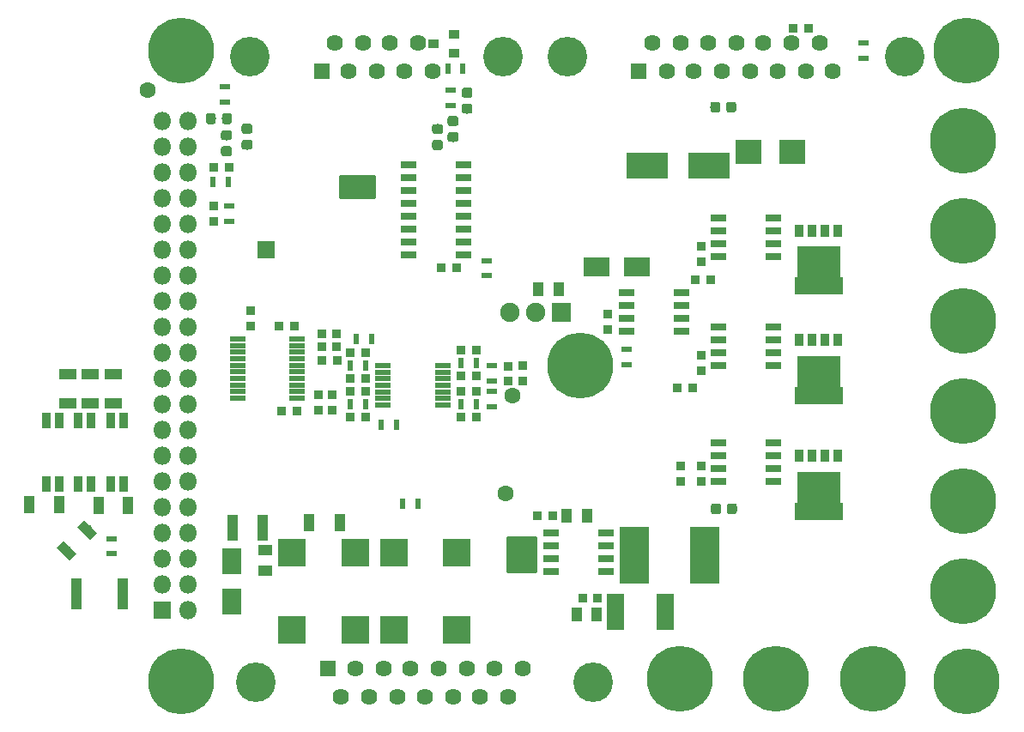
<source format=gbs>
G04 #@! TF.GenerationSoftware,KiCad,Pcbnew,5.0.0-4.fc29*
G04 #@! TF.CreationDate,2019-01-05T16:59:36+01:00*
G04 #@! TF.ProjectId,powerboard,706F776572626F6172642E6B69636164,rev11*
G04 #@! TF.SameCoordinates,Original*
G04 #@! TF.FileFunction,Soldermask,Bot*
G04 #@! TF.FilePolarity,Negative*
%FSLAX46Y46*%
G04 Gerber Fmt 4.6, Leading zero omitted, Abs format (unit mm)*
G04 Created by KiCad (PCBNEW 5.0.0-4.fc29) date Sat Jan  5 16:59:36 2019*
%MOMM*%
%LPD*%
G01*
G04 APERTURE LIST*
%ADD10R,1.900000X2.600000*%
%ADD11R,2.600000X1.900000*%
%ADD12C,0.100000*%
%ADD13C,0.975000*%
%ADD14C,6.500000*%
%ADD15R,1.100000X1.350000*%
%ADD16R,2.800000X2.800000*%
%ADD17R,1.100000X1.700000*%
%ADD18R,0.900000X0.850000*%
%ADD19R,0.850000X0.900000*%
%ADD20R,1.800000X1.800000*%
%ADD21O,1.800000X1.800000*%
%ADD22C,0.700000*%
%ADD23R,1.650000X0.700000*%
%ADD24R,0.840000X1.290000*%
%ADD25R,4.840000X1.690000*%
%ADD26R,4.340000X3.440000*%
%ADD27R,1.000000X0.600000*%
%ADD28R,0.600000X1.000000*%
%ADD29R,1.600000X0.700000*%
%ADD30R,0.900000X1.600000*%
%ADD31R,1.550000X0.550000*%
%ADD32R,2.960000X5.600000*%
%ADD33C,3.910000*%
%ADD34R,1.620000X1.620000*%
%ADD35C,1.620000*%
%ADD36C,1.600000*%
%ADD37R,1.100000X3.100000*%
%ADD38R,2.600000X2.400000*%
%ADD39R,1.700000X3.600000*%
%ADD40R,1.800000X1.000000*%
%ADD41R,1.000000X1.800000*%
%ADD42C,1.000000*%
%ADD43R,1.900000X1.900000*%
%ADD44O,1.900000X1.900000*%
%ADD45R,1.100000X2.600000*%
%ADD46R,1.350000X1.100000*%
%ADD47R,4.100000X2.600000*%
%ADD48R,1.000000X0.900000*%
%ADD49C,0.254000*%
G04 APERTURE END LIST*
D10*
G04 #@! TO.C,D104*
X70802500Y-81066500D03*
X70802500Y-77066500D03*
G04 #@! TD*
D11*
G04 #@! TO.C,D105*
X106744000Y-48006000D03*
X110744000Y-48006000D03*
G04 #@! TD*
D12*
G04 #@! TO.C,R136*
G36*
X72568142Y-33905174D02*
X72591803Y-33908684D01*
X72615007Y-33914496D01*
X72637529Y-33922554D01*
X72659153Y-33932782D01*
X72679670Y-33945079D01*
X72698883Y-33959329D01*
X72716607Y-33975393D01*
X72732671Y-33993117D01*
X72746921Y-34012330D01*
X72759218Y-34032847D01*
X72769446Y-34054471D01*
X72777504Y-34076993D01*
X72783316Y-34100197D01*
X72786826Y-34123858D01*
X72788000Y-34147750D01*
X72788000Y-34635250D01*
X72786826Y-34659142D01*
X72783316Y-34682803D01*
X72777504Y-34706007D01*
X72769446Y-34728529D01*
X72759218Y-34750153D01*
X72746921Y-34770670D01*
X72732671Y-34789883D01*
X72716607Y-34807607D01*
X72698883Y-34823671D01*
X72679670Y-34837921D01*
X72659153Y-34850218D01*
X72637529Y-34860446D01*
X72615007Y-34868504D01*
X72591803Y-34874316D01*
X72568142Y-34877826D01*
X72544250Y-34879000D01*
X71981750Y-34879000D01*
X71957858Y-34877826D01*
X71934197Y-34874316D01*
X71910993Y-34868504D01*
X71888471Y-34860446D01*
X71866847Y-34850218D01*
X71846330Y-34837921D01*
X71827117Y-34823671D01*
X71809393Y-34807607D01*
X71793329Y-34789883D01*
X71779079Y-34770670D01*
X71766782Y-34750153D01*
X71756554Y-34728529D01*
X71748496Y-34706007D01*
X71742684Y-34682803D01*
X71739174Y-34659142D01*
X71738000Y-34635250D01*
X71738000Y-34147750D01*
X71739174Y-34123858D01*
X71742684Y-34100197D01*
X71748496Y-34076993D01*
X71756554Y-34054471D01*
X71766782Y-34032847D01*
X71779079Y-34012330D01*
X71793329Y-33993117D01*
X71809393Y-33975393D01*
X71827117Y-33959329D01*
X71846330Y-33945079D01*
X71866847Y-33932782D01*
X71888471Y-33922554D01*
X71910993Y-33914496D01*
X71934197Y-33908684D01*
X71957858Y-33905174D01*
X71981750Y-33904000D01*
X72544250Y-33904000D01*
X72568142Y-33905174D01*
X72568142Y-33905174D01*
G37*
D13*
X72263000Y-34391500D03*
D12*
G36*
X72568142Y-35480174D02*
X72591803Y-35483684D01*
X72615007Y-35489496D01*
X72637529Y-35497554D01*
X72659153Y-35507782D01*
X72679670Y-35520079D01*
X72698883Y-35534329D01*
X72716607Y-35550393D01*
X72732671Y-35568117D01*
X72746921Y-35587330D01*
X72759218Y-35607847D01*
X72769446Y-35629471D01*
X72777504Y-35651993D01*
X72783316Y-35675197D01*
X72786826Y-35698858D01*
X72788000Y-35722750D01*
X72788000Y-36210250D01*
X72786826Y-36234142D01*
X72783316Y-36257803D01*
X72777504Y-36281007D01*
X72769446Y-36303529D01*
X72759218Y-36325153D01*
X72746921Y-36345670D01*
X72732671Y-36364883D01*
X72716607Y-36382607D01*
X72698883Y-36398671D01*
X72679670Y-36412921D01*
X72659153Y-36425218D01*
X72637529Y-36435446D01*
X72615007Y-36443504D01*
X72591803Y-36449316D01*
X72568142Y-36452826D01*
X72544250Y-36454000D01*
X71981750Y-36454000D01*
X71957858Y-36452826D01*
X71934197Y-36449316D01*
X71910993Y-36443504D01*
X71888471Y-36435446D01*
X71866847Y-36425218D01*
X71846330Y-36412921D01*
X71827117Y-36398671D01*
X71809393Y-36382607D01*
X71793329Y-36364883D01*
X71779079Y-36345670D01*
X71766782Y-36325153D01*
X71756554Y-36303529D01*
X71748496Y-36281007D01*
X71742684Y-36257803D01*
X71739174Y-36234142D01*
X71738000Y-36210250D01*
X71738000Y-35722750D01*
X71739174Y-35698858D01*
X71742684Y-35675197D01*
X71748496Y-35651993D01*
X71756554Y-35629471D01*
X71766782Y-35607847D01*
X71779079Y-35587330D01*
X71793329Y-35568117D01*
X71809393Y-35550393D01*
X71827117Y-35534329D01*
X71846330Y-35520079D01*
X71866847Y-35507782D01*
X71888471Y-35497554D01*
X71910993Y-35489496D01*
X71934197Y-35483684D01*
X71957858Y-35480174D01*
X71981750Y-35479000D01*
X72544250Y-35479000D01*
X72568142Y-35480174D01*
X72568142Y-35480174D01*
G37*
D13*
X72263000Y-35966500D03*
G04 #@! TD*
D12*
G04 #@! TO.C,R137*
G36*
X120305142Y-31726174D02*
X120328803Y-31729684D01*
X120352007Y-31735496D01*
X120374529Y-31743554D01*
X120396153Y-31753782D01*
X120416670Y-31766079D01*
X120435883Y-31780329D01*
X120453607Y-31796393D01*
X120469671Y-31814117D01*
X120483921Y-31833330D01*
X120496218Y-31853847D01*
X120506446Y-31875471D01*
X120514504Y-31897993D01*
X120520316Y-31921197D01*
X120523826Y-31944858D01*
X120525000Y-31968750D01*
X120525000Y-32531250D01*
X120523826Y-32555142D01*
X120520316Y-32578803D01*
X120514504Y-32602007D01*
X120506446Y-32624529D01*
X120496218Y-32646153D01*
X120483921Y-32666670D01*
X120469671Y-32685883D01*
X120453607Y-32703607D01*
X120435883Y-32719671D01*
X120416670Y-32733921D01*
X120396153Y-32746218D01*
X120374529Y-32756446D01*
X120352007Y-32764504D01*
X120328803Y-32770316D01*
X120305142Y-32773826D01*
X120281250Y-32775000D01*
X119793750Y-32775000D01*
X119769858Y-32773826D01*
X119746197Y-32770316D01*
X119722993Y-32764504D01*
X119700471Y-32756446D01*
X119678847Y-32746218D01*
X119658330Y-32733921D01*
X119639117Y-32719671D01*
X119621393Y-32703607D01*
X119605329Y-32685883D01*
X119591079Y-32666670D01*
X119578782Y-32646153D01*
X119568554Y-32624529D01*
X119560496Y-32602007D01*
X119554684Y-32578803D01*
X119551174Y-32555142D01*
X119550000Y-32531250D01*
X119550000Y-31968750D01*
X119551174Y-31944858D01*
X119554684Y-31921197D01*
X119560496Y-31897993D01*
X119568554Y-31875471D01*
X119578782Y-31853847D01*
X119591079Y-31833330D01*
X119605329Y-31814117D01*
X119621393Y-31796393D01*
X119639117Y-31780329D01*
X119658330Y-31766079D01*
X119678847Y-31753782D01*
X119700471Y-31743554D01*
X119722993Y-31735496D01*
X119746197Y-31729684D01*
X119769858Y-31726174D01*
X119793750Y-31725000D01*
X120281250Y-31725000D01*
X120305142Y-31726174D01*
X120305142Y-31726174D01*
G37*
D13*
X120037500Y-32250000D03*
D12*
G36*
X118730142Y-31726174D02*
X118753803Y-31729684D01*
X118777007Y-31735496D01*
X118799529Y-31743554D01*
X118821153Y-31753782D01*
X118841670Y-31766079D01*
X118860883Y-31780329D01*
X118878607Y-31796393D01*
X118894671Y-31814117D01*
X118908921Y-31833330D01*
X118921218Y-31853847D01*
X118931446Y-31875471D01*
X118939504Y-31897993D01*
X118945316Y-31921197D01*
X118948826Y-31944858D01*
X118950000Y-31968750D01*
X118950000Y-32531250D01*
X118948826Y-32555142D01*
X118945316Y-32578803D01*
X118939504Y-32602007D01*
X118931446Y-32624529D01*
X118921218Y-32646153D01*
X118908921Y-32666670D01*
X118894671Y-32685883D01*
X118878607Y-32703607D01*
X118860883Y-32719671D01*
X118841670Y-32733921D01*
X118821153Y-32746218D01*
X118799529Y-32756446D01*
X118777007Y-32764504D01*
X118753803Y-32770316D01*
X118730142Y-32773826D01*
X118706250Y-32775000D01*
X118218750Y-32775000D01*
X118194858Y-32773826D01*
X118171197Y-32770316D01*
X118147993Y-32764504D01*
X118125471Y-32756446D01*
X118103847Y-32746218D01*
X118083330Y-32733921D01*
X118064117Y-32719671D01*
X118046393Y-32703607D01*
X118030329Y-32685883D01*
X118016079Y-32666670D01*
X118003782Y-32646153D01*
X117993554Y-32624529D01*
X117985496Y-32602007D01*
X117979684Y-32578803D01*
X117976174Y-32555142D01*
X117975000Y-32531250D01*
X117975000Y-31968750D01*
X117976174Y-31944858D01*
X117979684Y-31921197D01*
X117985496Y-31897993D01*
X117993554Y-31875471D01*
X118003782Y-31853847D01*
X118016079Y-31833330D01*
X118030329Y-31814117D01*
X118046393Y-31796393D01*
X118064117Y-31780329D01*
X118083330Y-31766079D01*
X118103847Y-31753782D01*
X118125471Y-31743554D01*
X118147993Y-31735496D01*
X118171197Y-31729684D01*
X118194858Y-31726174D01*
X118218750Y-31725000D01*
X118706250Y-31725000D01*
X118730142Y-31726174D01*
X118730142Y-31726174D01*
G37*
D13*
X118462500Y-32250000D03*
G04 #@! TD*
D12*
G04 #@! TO.C,R133*
G36*
X94285142Y-30349174D02*
X94308803Y-30352684D01*
X94332007Y-30358496D01*
X94354529Y-30366554D01*
X94376153Y-30376782D01*
X94396670Y-30389079D01*
X94415883Y-30403329D01*
X94433607Y-30419393D01*
X94449671Y-30437117D01*
X94463921Y-30456330D01*
X94476218Y-30476847D01*
X94486446Y-30498471D01*
X94494504Y-30520993D01*
X94500316Y-30544197D01*
X94503826Y-30567858D01*
X94505000Y-30591750D01*
X94505000Y-31079250D01*
X94503826Y-31103142D01*
X94500316Y-31126803D01*
X94494504Y-31150007D01*
X94486446Y-31172529D01*
X94476218Y-31194153D01*
X94463921Y-31214670D01*
X94449671Y-31233883D01*
X94433607Y-31251607D01*
X94415883Y-31267671D01*
X94396670Y-31281921D01*
X94376153Y-31294218D01*
X94354529Y-31304446D01*
X94332007Y-31312504D01*
X94308803Y-31318316D01*
X94285142Y-31321826D01*
X94261250Y-31323000D01*
X93698750Y-31323000D01*
X93674858Y-31321826D01*
X93651197Y-31318316D01*
X93627993Y-31312504D01*
X93605471Y-31304446D01*
X93583847Y-31294218D01*
X93563330Y-31281921D01*
X93544117Y-31267671D01*
X93526393Y-31251607D01*
X93510329Y-31233883D01*
X93496079Y-31214670D01*
X93483782Y-31194153D01*
X93473554Y-31172529D01*
X93465496Y-31150007D01*
X93459684Y-31126803D01*
X93456174Y-31103142D01*
X93455000Y-31079250D01*
X93455000Y-30591750D01*
X93456174Y-30567858D01*
X93459684Y-30544197D01*
X93465496Y-30520993D01*
X93473554Y-30498471D01*
X93483782Y-30476847D01*
X93496079Y-30456330D01*
X93510329Y-30437117D01*
X93526393Y-30419393D01*
X93544117Y-30403329D01*
X93563330Y-30389079D01*
X93583847Y-30376782D01*
X93605471Y-30366554D01*
X93627993Y-30358496D01*
X93651197Y-30352684D01*
X93674858Y-30349174D01*
X93698750Y-30348000D01*
X94261250Y-30348000D01*
X94285142Y-30349174D01*
X94285142Y-30349174D01*
G37*
D13*
X93980000Y-30835500D03*
D12*
G36*
X94285142Y-31924174D02*
X94308803Y-31927684D01*
X94332007Y-31933496D01*
X94354529Y-31941554D01*
X94376153Y-31951782D01*
X94396670Y-31964079D01*
X94415883Y-31978329D01*
X94433607Y-31994393D01*
X94449671Y-32012117D01*
X94463921Y-32031330D01*
X94476218Y-32051847D01*
X94486446Y-32073471D01*
X94494504Y-32095993D01*
X94500316Y-32119197D01*
X94503826Y-32142858D01*
X94505000Y-32166750D01*
X94505000Y-32654250D01*
X94503826Y-32678142D01*
X94500316Y-32701803D01*
X94494504Y-32725007D01*
X94486446Y-32747529D01*
X94476218Y-32769153D01*
X94463921Y-32789670D01*
X94449671Y-32808883D01*
X94433607Y-32826607D01*
X94415883Y-32842671D01*
X94396670Y-32856921D01*
X94376153Y-32869218D01*
X94354529Y-32879446D01*
X94332007Y-32887504D01*
X94308803Y-32893316D01*
X94285142Y-32896826D01*
X94261250Y-32898000D01*
X93698750Y-32898000D01*
X93674858Y-32896826D01*
X93651197Y-32893316D01*
X93627993Y-32887504D01*
X93605471Y-32879446D01*
X93583847Y-32869218D01*
X93563330Y-32856921D01*
X93544117Y-32842671D01*
X93526393Y-32826607D01*
X93510329Y-32808883D01*
X93496079Y-32789670D01*
X93483782Y-32769153D01*
X93473554Y-32747529D01*
X93465496Y-32725007D01*
X93459684Y-32701803D01*
X93456174Y-32678142D01*
X93455000Y-32654250D01*
X93455000Y-32166750D01*
X93456174Y-32142858D01*
X93459684Y-32119197D01*
X93465496Y-32095993D01*
X93473554Y-32073471D01*
X93483782Y-32051847D01*
X93496079Y-32031330D01*
X93510329Y-32012117D01*
X93526393Y-31994393D01*
X93544117Y-31978329D01*
X93563330Y-31964079D01*
X93583847Y-31951782D01*
X93605471Y-31941554D01*
X93627993Y-31933496D01*
X93651197Y-31927684D01*
X93674858Y-31924174D01*
X93698750Y-31923000D01*
X94261250Y-31923000D01*
X94285142Y-31924174D01*
X94285142Y-31924174D01*
G37*
D13*
X93980000Y-32410500D03*
G04 #@! TD*
D12*
G04 #@! TO.C,R135*
G36*
X70536142Y-34540174D02*
X70559803Y-34543684D01*
X70583007Y-34549496D01*
X70605529Y-34557554D01*
X70627153Y-34567782D01*
X70647670Y-34580079D01*
X70666883Y-34594329D01*
X70684607Y-34610393D01*
X70700671Y-34628117D01*
X70714921Y-34647330D01*
X70727218Y-34667847D01*
X70737446Y-34689471D01*
X70745504Y-34711993D01*
X70751316Y-34735197D01*
X70754826Y-34758858D01*
X70756000Y-34782750D01*
X70756000Y-35270250D01*
X70754826Y-35294142D01*
X70751316Y-35317803D01*
X70745504Y-35341007D01*
X70737446Y-35363529D01*
X70727218Y-35385153D01*
X70714921Y-35405670D01*
X70700671Y-35424883D01*
X70684607Y-35442607D01*
X70666883Y-35458671D01*
X70647670Y-35472921D01*
X70627153Y-35485218D01*
X70605529Y-35495446D01*
X70583007Y-35503504D01*
X70559803Y-35509316D01*
X70536142Y-35512826D01*
X70512250Y-35514000D01*
X69949750Y-35514000D01*
X69925858Y-35512826D01*
X69902197Y-35509316D01*
X69878993Y-35503504D01*
X69856471Y-35495446D01*
X69834847Y-35485218D01*
X69814330Y-35472921D01*
X69795117Y-35458671D01*
X69777393Y-35442607D01*
X69761329Y-35424883D01*
X69747079Y-35405670D01*
X69734782Y-35385153D01*
X69724554Y-35363529D01*
X69716496Y-35341007D01*
X69710684Y-35317803D01*
X69707174Y-35294142D01*
X69706000Y-35270250D01*
X69706000Y-34782750D01*
X69707174Y-34758858D01*
X69710684Y-34735197D01*
X69716496Y-34711993D01*
X69724554Y-34689471D01*
X69734782Y-34667847D01*
X69747079Y-34647330D01*
X69761329Y-34628117D01*
X69777393Y-34610393D01*
X69795117Y-34594329D01*
X69814330Y-34580079D01*
X69834847Y-34567782D01*
X69856471Y-34557554D01*
X69878993Y-34549496D01*
X69902197Y-34543684D01*
X69925858Y-34540174D01*
X69949750Y-34539000D01*
X70512250Y-34539000D01*
X70536142Y-34540174D01*
X70536142Y-34540174D01*
G37*
D13*
X70231000Y-35026500D03*
D12*
G36*
X70536142Y-36115174D02*
X70559803Y-36118684D01*
X70583007Y-36124496D01*
X70605529Y-36132554D01*
X70627153Y-36142782D01*
X70647670Y-36155079D01*
X70666883Y-36169329D01*
X70684607Y-36185393D01*
X70700671Y-36203117D01*
X70714921Y-36222330D01*
X70727218Y-36242847D01*
X70737446Y-36264471D01*
X70745504Y-36286993D01*
X70751316Y-36310197D01*
X70754826Y-36333858D01*
X70756000Y-36357750D01*
X70756000Y-36845250D01*
X70754826Y-36869142D01*
X70751316Y-36892803D01*
X70745504Y-36916007D01*
X70737446Y-36938529D01*
X70727218Y-36960153D01*
X70714921Y-36980670D01*
X70700671Y-36999883D01*
X70684607Y-37017607D01*
X70666883Y-37033671D01*
X70647670Y-37047921D01*
X70627153Y-37060218D01*
X70605529Y-37070446D01*
X70583007Y-37078504D01*
X70559803Y-37084316D01*
X70536142Y-37087826D01*
X70512250Y-37089000D01*
X69949750Y-37089000D01*
X69925858Y-37087826D01*
X69902197Y-37084316D01*
X69878993Y-37078504D01*
X69856471Y-37070446D01*
X69834847Y-37060218D01*
X69814330Y-37047921D01*
X69795117Y-37033671D01*
X69777393Y-37017607D01*
X69761329Y-36999883D01*
X69747079Y-36980670D01*
X69734782Y-36960153D01*
X69724554Y-36938529D01*
X69716496Y-36916007D01*
X69710684Y-36892803D01*
X69707174Y-36869142D01*
X69706000Y-36845250D01*
X69706000Y-36357750D01*
X69707174Y-36333858D01*
X69710684Y-36310197D01*
X69716496Y-36286993D01*
X69724554Y-36264471D01*
X69734782Y-36242847D01*
X69747079Y-36222330D01*
X69761329Y-36203117D01*
X69777393Y-36185393D01*
X69795117Y-36169329D01*
X69814330Y-36155079D01*
X69834847Y-36142782D01*
X69856471Y-36132554D01*
X69878993Y-36124496D01*
X69902197Y-36118684D01*
X69925858Y-36115174D01*
X69949750Y-36114000D01*
X70512250Y-36114000D01*
X70536142Y-36115174D01*
X70536142Y-36115174D01*
G37*
D13*
X70231000Y-36601500D03*
G04 #@! TD*
D12*
G04 #@! TO.C,R132*
G36*
X92888142Y-33143174D02*
X92911803Y-33146684D01*
X92935007Y-33152496D01*
X92957529Y-33160554D01*
X92979153Y-33170782D01*
X92999670Y-33183079D01*
X93018883Y-33197329D01*
X93036607Y-33213393D01*
X93052671Y-33231117D01*
X93066921Y-33250330D01*
X93079218Y-33270847D01*
X93089446Y-33292471D01*
X93097504Y-33314993D01*
X93103316Y-33338197D01*
X93106826Y-33361858D01*
X93108000Y-33385750D01*
X93108000Y-33873250D01*
X93106826Y-33897142D01*
X93103316Y-33920803D01*
X93097504Y-33944007D01*
X93089446Y-33966529D01*
X93079218Y-33988153D01*
X93066921Y-34008670D01*
X93052671Y-34027883D01*
X93036607Y-34045607D01*
X93018883Y-34061671D01*
X92999670Y-34075921D01*
X92979153Y-34088218D01*
X92957529Y-34098446D01*
X92935007Y-34106504D01*
X92911803Y-34112316D01*
X92888142Y-34115826D01*
X92864250Y-34117000D01*
X92301750Y-34117000D01*
X92277858Y-34115826D01*
X92254197Y-34112316D01*
X92230993Y-34106504D01*
X92208471Y-34098446D01*
X92186847Y-34088218D01*
X92166330Y-34075921D01*
X92147117Y-34061671D01*
X92129393Y-34045607D01*
X92113329Y-34027883D01*
X92099079Y-34008670D01*
X92086782Y-33988153D01*
X92076554Y-33966529D01*
X92068496Y-33944007D01*
X92062684Y-33920803D01*
X92059174Y-33897142D01*
X92058000Y-33873250D01*
X92058000Y-33385750D01*
X92059174Y-33361858D01*
X92062684Y-33338197D01*
X92068496Y-33314993D01*
X92076554Y-33292471D01*
X92086782Y-33270847D01*
X92099079Y-33250330D01*
X92113329Y-33231117D01*
X92129393Y-33213393D01*
X92147117Y-33197329D01*
X92166330Y-33183079D01*
X92186847Y-33170782D01*
X92208471Y-33160554D01*
X92230993Y-33152496D01*
X92254197Y-33146684D01*
X92277858Y-33143174D01*
X92301750Y-33142000D01*
X92864250Y-33142000D01*
X92888142Y-33143174D01*
X92888142Y-33143174D01*
G37*
D13*
X92583000Y-33629500D03*
D12*
G36*
X92888142Y-34718174D02*
X92911803Y-34721684D01*
X92935007Y-34727496D01*
X92957529Y-34735554D01*
X92979153Y-34745782D01*
X92999670Y-34758079D01*
X93018883Y-34772329D01*
X93036607Y-34788393D01*
X93052671Y-34806117D01*
X93066921Y-34825330D01*
X93079218Y-34845847D01*
X93089446Y-34867471D01*
X93097504Y-34889993D01*
X93103316Y-34913197D01*
X93106826Y-34936858D01*
X93108000Y-34960750D01*
X93108000Y-35448250D01*
X93106826Y-35472142D01*
X93103316Y-35495803D01*
X93097504Y-35519007D01*
X93089446Y-35541529D01*
X93079218Y-35563153D01*
X93066921Y-35583670D01*
X93052671Y-35602883D01*
X93036607Y-35620607D01*
X93018883Y-35636671D01*
X92999670Y-35650921D01*
X92979153Y-35663218D01*
X92957529Y-35673446D01*
X92935007Y-35681504D01*
X92911803Y-35687316D01*
X92888142Y-35690826D01*
X92864250Y-35692000D01*
X92301750Y-35692000D01*
X92277858Y-35690826D01*
X92254197Y-35687316D01*
X92230993Y-35681504D01*
X92208471Y-35673446D01*
X92186847Y-35663218D01*
X92166330Y-35650921D01*
X92147117Y-35636671D01*
X92129393Y-35620607D01*
X92113329Y-35602883D01*
X92099079Y-35583670D01*
X92086782Y-35563153D01*
X92076554Y-35541529D01*
X92068496Y-35519007D01*
X92062684Y-35495803D01*
X92059174Y-35472142D01*
X92058000Y-35448250D01*
X92058000Y-34960750D01*
X92059174Y-34936858D01*
X92062684Y-34913197D01*
X92068496Y-34889993D01*
X92076554Y-34867471D01*
X92086782Y-34845847D01*
X92099079Y-34825330D01*
X92113329Y-34806117D01*
X92129393Y-34788393D01*
X92147117Y-34772329D01*
X92166330Y-34758079D01*
X92186847Y-34745782D01*
X92208471Y-34735554D01*
X92230993Y-34727496D01*
X92254197Y-34721684D01*
X92277858Y-34718174D01*
X92301750Y-34717000D01*
X92864250Y-34717000D01*
X92888142Y-34718174D01*
X92888142Y-34718174D01*
G37*
D13*
X92583000Y-35204500D03*
G04 #@! TD*
D12*
G04 #@! TO.C,R134*
G36*
X70549642Y-32877174D02*
X70573303Y-32880684D01*
X70596507Y-32886496D01*
X70619029Y-32894554D01*
X70640653Y-32904782D01*
X70661170Y-32917079D01*
X70680383Y-32931329D01*
X70698107Y-32947393D01*
X70714171Y-32965117D01*
X70728421Y-32984330D01*
X70740718Y-33004847D01*
X70750946Y-33026471D01*
X70759004Y-33048993D01*
X70764816Y-33072197D01*
X70768326Y-33095858D01*
X70769500Y-33119750D01*
X70769500Y-33682250D01*
X70768326Y-33706142D01*
X70764816Y-33729803D01*
X70759004Y-33753007D01*
X70750946Y-33775529D01*
X70740718Y-33797153D01*
X70728421Y-33817670D01*
X70714171Y-33836883D01*
X70698107Y-33854607D01*
X70680383Y-33870671D01*
X70661170Y-33884921D01*
X70640653Y-33897218D01*
X70619029Y-33907446D01*
X70596507Y-33915504D01*
X70573303Y-33921316D01*
X70549642Y-33924826D01*
X70525750Y-33926000D01*
X70038250Y-33926000D01*
X70014358Y-33924826D01*
X69990697Y-33921316D01*
X69967493Y-33915504D01*
X69944971Y-33907446D01*
X69923347Y-33897218D01*
X69902830Y-33884921D01*
X69883617Y-33870671D01*
X69865893Y-33854607D01*
X69849829Y-33836883D01*
X69835579Y-33817670D01*
X69823282Y-33797153D01*
X69813054Y-33775529D01*
X69804996Y-33753007D01*
X69799184Y-33729803D01*
X69795674Y-33706142D01*
X69794500Y-33682250D01*
X69794500Y-33119750D01*
X69795674Y-33095858D01*
X69799184Y-33072197D01*
X69804996Y-33048993D01*
X69813054Y-33026471D01*
X69823282Y-33004847D01*
X69835579Y-32984330D01*
X69849829Y-32965117D01*
X69865893Y-32947393D01*
X69883617Y-32931329D01*
X69902830Y-32917079D01*
X69923347Y-32904782D01*
X69944971Y-32894554D01*
X69967493Y-32886496D01*
X69990697Y-32880684D01*
X70014358Y-32877174D01*
X70038250Y-32876000D01*
X70525750Y-32876000D01*
X70549642Y-32877174D01*
X70549642Y-32877174D01*
G37*
D13*
X70282000Y-33401000D03*
D12*
G36*
X68974642Y-32877174D02*
X68998303Y-32880684D01*
X69021507Y-32886496D01*
X69044029Y-32894554D01*
X69065653Y-32904782D01*
X69086170Y-32917079D01*
X69105383Y-32931329D01*
X69123107Y-32947393D01*
X69139171Y-32965117D01*
X69153421Y-32984330D01*
X69165718Y-33004847D01*
X69175946Y-33026471D01*
X69184004Y-33048993D01*
X69189816Y-33072197D01*
X69193326Y-33095858D01*
X69194500Y-33119750D01*
X69194500Y-33682250D01*
X69193326Y-33706142D01*
X69189816Y-33729803D01*
X69184004Y-33753007D01*
X69175946Y-33775529D01*
X69165718Y-33797153D01*
X69153421Y-33817670D01*
X69139171Y-33836883D01*
X69123107Y-33854607D01*
X69105383Y-33870671D01*
X69086170Y-33884921D01*
X69065653Y-33897218D01*
X69044029Y-33907446D01*
X69021507Y-33915504D01*
X68998303Y-33921316D01*
X68974642Y-33924826D01*
X68950750Y-33926000D01*
X68463250Y-33926000D01*
X68439358Y-33924826D01*
X68415697Y-33921316D01*
X68392493Y-33915504D01*
X68369971Y-33907446D01*
X68348347Y-33897218D01*
X68327830Y-33884921D01*
X68308617Y-33870671D01*
X68290893Y-33854607D01*
X68274829Y-33836883D01*
X68260579Y-33817670D01*
X68248282Y-33797153D01*
X68238054Y-33775529D01*
X68229996Y-33753007D01*
X68224184Y-33729803D01*
X68220674Y-33706142D01*
X68219500Y-33682250D01*
X68219500Y-33119750D01*
X68220674Y-33095858D01*
X68224184Y-33072197D01*
X68229996Y-33048993D01*
X68238054Y-33026471D01*
X68248282Y-33004847D01*
X68260579Y-32984330D01*
X68274829Y-32965117D01*
X68290893Y-32947393D01*
X68308617Y-32931329D01*
X68327830Y-32917079D01*
X68348347Y-32904782D01*
X68369971Y-32894554D01*
X68392493Y-32886496D01*
X68415697Y-32880684D01*
X68439358Y-32877174D01*
X68463250Y-32876000D01*
X68950750Y-32876000D01*
X68974642Y-32877174D01*
X68974642Y-32877174D01*
G37*
D13*
X68707000Y-33401000D03*
G04 #@! TD*
D12*
G04 #@! TO.C,R131*
G36*
X91364142Y-33930674D02*
X91387803Y-33934184D01*
X91411007Y-33939996D01*
X91433529Y-33948054D01*
X91455153Y-33958282D01*
X91475670Y-33970579D01*
X91494883Y-33984829D01*
X91512607Y-34000893D01*
X91528671Y-34018617D01*
X91542921Y-34037830D01*
X91555218Y-34058347D01*
X91565446Y-34079971D01*
X91573504Y-34102493D01*
X91579316Y-34125697D01*
X91582826Y-34149358D01*
X91584000Y-34173250D01*
X91584000Y-34660750D01*
X91582826Y-34684642D01*
X91579316Y-34708303D01*
X91573504Y-34731507D01*
X91565446Y-34754029D01*
X91555218Y-34775653D01*
X91542921Y-34796170D01*
X91528671Y-34815383D01*
X91512607Y-34833107D01*
X91494883Y-34849171D01*
X91475670Y-34863421D01*
X91455153Y-34875718D01*
X91433529Y-34885946D01*
X91411007Y-34894004D01*
X91387803Y-34899816D01*
X91364142Y-34903326D01*
X91340250Y-34904500D01*
X90777750Y-34904500D01*
X90753858Y-34903326D01*
X90730197Y-34899816D01*
X90706993Y-34894004D01*
X90684471Y-34885946D01*
X90662847Y-34875718D01*
X90642330Y-34863421D01*
X90623117Y-34849171D01*
X90605393Y-34833107D01*
X90589329Y-34815383D01*
X90575079Y-34796170D01*
X90562782Y-34775653D01*
X90552554Y-34754029D01*
X90544496Y-34731507D01*
X90538684Y-34708303D01*
X90535174Y-34684642D01*
X90534000Y-34660750D01*
X90534000Y-34173250D01*
X90535174Y-34149358D01*
X90538684Y-34125697D01*
X90544496Y-34102493D01*
X90552554Y-34079971D01*
X90562782Y-34058347D01*
X90575079Y-34037830D01*
X90589329Y-34018617D01*
X90605393Y-34000893D01*
X90623117Y-33984829D01*
X90642330Y-33970579D01*
X90662847Y-33958282D01*
X90684471Y-33948054D01*
X90706993Y-33939996D01*
X90730197Y-33934184D01*
X90753858Y-33930674D01*
X90777750Y-33929500D01*
X91340250Y-33929500D01*
X91364142Y-33930674D01*
X91364142Y-33930674D01*
G37*
D13*
X91059000Y-34417000D03*
D12*
G36*
X91364142Y-35505674D02*
X91387803Y-35509184D01*
X91411007Y-35514996D01*
X91433529Y-35523054D01*
X91455153Y-35533282D01*
X91475670Y-35545579D01*
X91494883Y-35559829D01*
X91512607Y-35575893D01*
X91528671Y-35593617D01*
X91542921Y-35612830D01*
X91555218Y-35633347D01*
X91565446Y-35654971D01*
X91573504Y-35677493D01*
X91579316Y-35700697D01*
X91582826Y-35724358D01*
X91584000Y-35748250D01*
X91584000Y-36235750D01*
X91582826Y-36259642D01*
X91579316Y-36283303D01*
X91573504Y-36306507D01*
X91565446Y-36329029D01*
X91555218Y-36350653D01*
X91542921Y-36371170D01*
X91528671Y-36390383D01*
X91512607Y-36408107D01*
X91494883Y-36424171D01*
X91475670Y-36438421D01*
X91455153Y-36450718D01*
X91433529Y-36460946D01*
X91411007Y-36469004D01*
X91387803Y-36474816D01*
X91364142Y-36478326D01*
X91340250Y-36479500D01*
X90777750Y-36479500D01*
X90753858Y-36478326D01*
X90730197Y-36474816D01*
X90706993Y-36469004D01*
X90684471Y-36460946D01*
X90662847Y-36450718D01*
X90642330Y-36438421D01*
X90623117Y-36424171D01*
X90605393Y-36408107D01*
X90589329Y-36390383D01*
X90575079Y-36371170D01*
X90562782Y-36350653D01*
X90552554Y-36329029D01*
X90544496Y-36306507D01*
X90538684Y-36283303D01*
X90535174Y-36259642D01*
X90534000Y-36235750D01*
X90534000Y-35748250D01*
X90535174Y-35724358D01*
X90538684Y-35700697D01*
X90544496Y-35677493D01*
X90552554Y-35654971D01*
X90562782Y-35633347D01*
X90575079Y-35612830D01*
X90589329Y-35593617D01*
X90605393Y-35575893D01*
X90623117Y-35559829D01*
X90642330Y-35545579D01*
X90662847Y-35533282D01*
X90684471Y-35523054D01*
X90706993Y-35514996D01*
X90730197Y-35509184D01*
X90753858Y-35505674D01*
X90777750Y-35504500D01*
X91340250Y-35504500D01*
X91364142Y-35505674D01*
X91364142Y-35505674D01*
G37*
D13*
X91059000Y-35992000D03*
G04 #@! TD*
D12*
G04 #@! TO.C,R122*
G36*
X118796642Y-71358174D02*
X118820303Y-71361684D01*
X118843507Y-71367496D01*
X118866029Y-71375554D01*
X118887653Y-71385782D01*
X118908170Y-71398079D01*
X118927383Y-71412329D01*
X118945107Y-71428393D01*
X118961171Y-71446117D01*
X118975421Y-71465330D01*
X118987718Y-71485847D01*
X118997946Y-71507471D01*
X119006004Y-71529993D01*
X119011816Y-71553197D01*
X119015326Y-71576858D01*
X119016500Y-71600750D01*
X119016500Y-72163250D01*
X119015326Y-72187142D01*
X119011816Y-72210803D01*
X119006004Y-72234007D01*
X118997946Y-72256529D01*
X118987718Y-72278153D01*
X118975421Y-72298670D01*
X118961171Y-72317883D01*
X118945107Y-72335607D01*
X118927383Y-72351671D01*
X118908170Y-72365921D01*
X118887653Y-72378218D01*
X118866029Y-72388446D01*
X118843507Y-72396504D01*
X118820303Y-72402316D01*
X118796642Y-72405826D01*
X118772750Y-72407000D01*
X118285250Y-72407000D01*
X118261358Y-72405826D01*
X118237697Y-72402316D01*
X118214493Y-72396504D01*
X118191971Y-72388446D01*
X118170347Y-72378218D01*
X118149830Y-72365921D01*
X118130617Y-72351671D01*
X118112893Y-72335607D01*
X118096829Y-72317883D01*
X118082579Y-72298670D01*
X118070282Y-72278153D01*
X118060054Y-72256529D01*
X118051996Y-72234007D01*
X118046184Y-72210803D01*
X118042674Y-72187142D01*
X118041500Y-72163250D01*
X118041500Y-71600750D01*
X118042674Y-71576858D01*
X118046184Y-71553197D01*
X118051996Y-71529993D01*
X118060054Y-71507471D01*
X118070282Y-71485847D01*
X118082579Y-71465330D01*
X118096829Y-71446117D01*
X118112893Y-71428393D01*
X118130617Y-71412329D01*
X118149830Y-71398079D01*
X118170347Y-71385782D01*
X118191971Y-71375554D01*
X118214493Y-71367496D01*
X118237697Y-71361684D01*
X118261358Y-71358174D01*
X118285250Y-71357000D01*
X118772750Y-71357000D01*
X118796642Y-71358174D01*
X118796642Y-71358174D01*
G37*
D13*
X118529000Y-71882000D03*
D12*
G36*
X120371642Y-71358174D02*
X120395303Y-71361684D01*
X120418507Y-71367496D01*
X120441029Y-71375554D01*
X120462653Y-71385782D01*
X120483170Y-71398079D01*
X120502383Y-71412329D01*
X120520107Y-71428393D01*
X120536171Y-71446117D01*
X120550421Y-71465330D01*
X120562718Y-71485847D01*
X120572946Y-71507471D01*
X120581004Y-71529993D01*
X120586816Y-71553197D01*
X120590326Y-71576858D01*
X120591500Y-71600750D01*
X120591500Y-72163250D01*
X120590326Y-72187142D01*
X120586816Y-72210803D01*
X120581004Y-72234007D01*
X120572946Y-72256529D01*
X120562718Y-72278153D01*
X120550421Y-72298670D01*
X120536171Y-72317883D01*
X120520107Y-72335607D01*
X120502383Y-72351671D01*
X120483170Y-72365921D01*
X120462653Y-72378218D01*
X120441029Y-72388446D01*
X120418507Y-72396504D01*
X120395303Y-72402316D01*
X120371642Y-72405826D01*
X120347750Y-72407000D01*
X119860250Y-72407000D01*
X119836358Y-72405826D01*
X119812697Y-72402316D01*
X119789493Y-72396504D01*
X119766971Y-72388446D01*
X119745347Y-72378218D01*
X119724830Y-72365921D01*
X119705617Y-72351671D01*
X119687893Y-72335607D01*
X119671829Y-72317883D01*
X119657579Y-72298670D01*
X119645282Y-72278153D01*
X119635054Y-72256529D01*
X119626996Y-72234007D01*
X119621184Y-72210803D01*
X119617674Y-72187142D01*
X119616500Y-72163250D01*
X119616500Y-71600750D01*
X119617674Y-71576858D01*
X119621184Y-71553197D01*
X119626996Y-71529993D01*
X119635054Y-71507471D01*
X119645282Y-71485847D01*
X119657579Y-71465330D01*
X119671829Y-71446117D01*
X119687893Y-71428393D01*
X119705617Y-71412329D01*
X119724830Y-71398079D01*
X119745347Y-71385782D01*
X119766971Y-71375554D01*
X119789493Y-71367496D01*
X119812697Y-71361684D01*
X119836358Y-71358174D01*
X119860250Y-71357000D01*
X120347750Y-71357000D01*
X120371642Y-71358174D01*
X120371642Y-71358174D01*
G37*
D13*
X120104000Y-71882000D03*
G04 #@! TD*
D14*
G04 #@! TO.C,J113*
X65786000Y-26710000D03*
G04 #@! TD*
D15*
G04 #@! TO.C,C503*
X103822500Y-72580500D03*
X105822500Y-72580500D03*
G04 #@! TD*
D16*
G04 #@! TO.C,FL101*
X82931000Y-76200000D03*
X76711000Y-76200000D03*
X82931000Y-83820000D03*
X76711000Y-83820000D03*
G04 #@! TD*
D17*
G04 #@! TO.C,C201*
X78407000Y-73279000D03*
X81407000Y-73279000D03*
G04 #@! TD*
D18*
G04 #@! TO.C,C318*
X127623000Y-24511000D03*
X126123000Y-24511000D03*
G04 #@! TD*
D15*
G04 #@! TO.C,C505*
X106775000Y-82296000D03*
X104775000Y-82296000D03*
G04 #@! TD*
D18*
G04 #@! TO.C,C801*
X116471000Y-49276000D03*
X117971000Y-49276000D03*
G04 #@! TD*
G04 #@! TO.C,C802*
X116193000Y-59944000D03*
X114693000Y-59944000D03*
G04 #@! TD*
D19*
G04 #@! TO.C,C803*
X115062000Y-67703000D03*
X115062000Y-69203000D03*
G04 #@! TD*
D18*
G04 #@! TO.C,C901*
X75716000Y-62230000D03*
X77216000Y-62230000D03*
G04 #@! TD*
G04 #@! TO.C,C1101*
X83935000Y-60325000D03*
X82435000Y-60325000D03*
G04 #@! TD*
G04 #@! TO.C,C1102*
X83935000Y-59055000D03*
X82435000Y-59055000D03*
G04 #@! TD*
G04 #@! TO.C,C1103*
X93357000Y-58801000D03*
X94857000Y-58801000D03*
G04 #@! TD*
G04 #@! TO.C,C1104*
X93357000Y-60325000D03*
X94857000Y-60325000D03*
G04 #@! TD*
G04 #@! TO.C,C1105*
X83935000Y-62865000D03*
X82435000Y-62865000D03*
G04 #@! TD*
G04 #@! TO.C,C1106*
X83935000Y-56515000D03*
X82435000Y-56515000D03*
G04 #@! TD*
G04 #@! TO.C,C1107*
X93357000Y-56261000D03*
X94857000Y-56261000D03*
G04 #@! TD*
G04 #@! TO.C,C1108*
X93357000Y-62865000D03*
X94857000Y-62865000D03*
G04 #@! TD*
D16*
G04 #@! TO.C,FL102*
X92961000Y-76200000D03*
X86741000Y-76200000D03*
X92961000Y-83820000D03*
X86741000Y-83820000D03*
G04 #@! TD*
D20*
G04 #@! TO.C,J102*
X63881000Y-81915000D03*
D21*
X66421000Y-81915000D03*
X63881000Y-79375000D03*
X66421000Y-79375000D03*
X63881000Y-76835000D03*
X66421000Y-76835000D03*
X63881000Y-74295000D03*
X66421000Y-74295000D03*
X63881000Y-71755000D03*
X66421000Y-71755000D03*
X63881000Y-69215000D03*
X66421000Y-69215000D03*
X63881000Y-66675000D03*
X66421000Y-66675000D03*
X63881000Y-64135000D03*
X66421000Y-64135000D03*
X63881000Y-61595000D03*
X66421000Y-61595000D03*
X63881000Y-59055000D03*
X66421000Y-59055000D03*
X63881000Y-56515000D03*
X66421000Y-56515000D03*
X63881000Y-53975000D03*
X66421000Y-53975000D03*
X63881000Y-51435000D03*
X66421000Y-51435000D03*
X63881000Y-48895000D03*
X66421000Y-48895000D03*
X63881000Y-46355000D03*
X66421000Y-46355000D03*
X63881000Y-43815000D03*
X66421000Y-43815000D03*
X63881000Y-41275000D03*
X66421000Y-41275000D03*
X63881000Y-38735000D03*
X66421000Y-38735000D03*
X63881000Y-36195000D03*
X66421000Y-36195000D03*
X63881000Y-33655000D03*
X66421000Y-33655000D03*
G04 #@! TD*
D14*
G04 #@! TO.C,J105*
X133985000Y-88646000D03*
D22*
X136385000Y-88646000D03*
X135682056Y-90343056D03*
X133985000Y-91046000D03*
X132287944Y-90343056D03*
X131585000Y-88646000D03*
X132287944Y-86948944D03*
X133985000Y-86246000D03*
X135682056Y-86948944D03*
G04 #@! TD*
D20*
G04 #@! TO.C,J106*
X74168000Y-46355000D03*
G04 #@! TD*
D14*
G04 #@! TO.C,J107*
X142875000Y-35560000D03*
D22*
X145275000Y-35560000D03*
X144572056Y-37257056D03*
X142875000Y-37960000D03*
X141177944Y-37257056D03*
X140475000Y-35560000D03*
X141177944Y-33862944D03*
X142875000Y-33160000D03*
X144572056Y-33862944D03*
G04 #@! TD*
D14*
G04 #@! TO.C,J108*
X142875000Y-53340000D03*
D22*
X145275000Y-53340000D03*
X144572056Y-55037056D03*
X142875000Y-55740000D03*
X141177944Y-55037056D03*
X140475000Y-53340000D03*
X141177944Y-51642944D03*
X142875000Y-50940000D03*
X144572056Y-51642944D03*
G04 #@! TD*
D14*
G04 #@! TO.C,J109*
X142875000Y-71120000D03*
D22*
X145275000Y-71120000D03*
X144572056Y-72817056D03*
X142875000Y-73520000D03*
X141177944Y-72817056D03*
X140475000Y-71120000D03*
X141177944Y-69422944D03*
X142875000Y-68720000D03*
X144572056Y-69422944D03*
G04 #@! TD*
D14*
G04 #@! TO.C,J110*
X114935000Y-88646000D03*
D22*
X117335000Y-88646000D03*
X116632056Y-90343056D03*
X114935000Y-91046000D03*
X113237944Y-90343056D03*
X112535000Y-88646000D03*
X113237944Y-86948944D03*
X114935000Y-86246000D03*
X116632056Y-86948944D03*
G04 #@! TD*
D14*
G04 #@! TO.C,J111*
X124460000Y-88646000D03*
D22*
X126860000Y-88646000D03*
X126157056Y-90343056D03*
X124460000Y-91046000D03*
X122762944Y-90343056D03*
X122060000Y-88646000D03*
X122762944Y-86948944D03*
X124460000Y-86246000D03*
X126157056Y-86948944D03*
G04 #@! TD*
D23*
G04 #@! TO.C,Q503*
X102296000Y-78105000D03*
X102296000Y-76835000D03*
X102296000Y-75565000D03*
X102296000Y-74295000D03*
X107696000Y-74295000D03*
X107696000Y-75565000D03*
X107696000Y-76835000D03*
X107696000Y-78105000D03*
G04 #@! TD*
D24*
G04 #@! TO.C,Q801*
X128016000Y-44450000D03*
X126746000Y-44450000D03*
X129296000Y-44450000D03*
D25*
X128656000Y-49920000D03*
D26*
X128656000Y-47720000D03*
D24*
X130566000Y-44450000D03*
G04 #@! TD*
G04 #@! TO.C,Q802*
X128016000Y-55245000D03*
X126746000Y-55245000D03*
X129296000Y-55245000D03*
D25*
X128656000Y-60715000D03*
D26*
X128656000Y-58515000D03*
D24*
X130566000Y-55245000D03*
G04 #@! TD*
G04 #@! TO.C,Q803*
X128006000Y-66675000D03*
X126736000Y-66675000D03*
X129286000Y-66675000D03*
D25*
X128646000Y-72145000D03*
D26*
X128646000Y-69945000D03*
D24*
X130556000Y-66675000D03*
G04 #@! TD*
D27*
G04 #@! TO.C,R111*
X95885000Y-48895000D03*
X95885000Y-47395000D03*
G04 #@! TD*
D28*
G04 #@! TO.C,R1101*
X85483000Y-63627000D03*
X86983000Y-63627000D03*
G04 #@! TD*
G04 #@! TO.C,R1102*
X83082000Y-55118000D03*
X84582000Y-55118000D03*
G04 #@! TD*
D27*
G04 #@! TO.C,R1103*
X96393000Y-57797000D03*
X96393000Y-59297000D03*
G04 #@! TD*
G04 #@! TO.C,R1104*
X96393000Y-61837000D03*
X96393000Y-60337000D03*
G04 #@! TD*
D28*
G04 #@! TO.C,R1105*
X83935000Y-61595000D03*
X82435000Y-61595000D03*
G04 #@! TD*
G04 #@! TO.C,R1106*
X83935000Y-57785000D03*
X82435000Y-57785000D03*
G04 #@! TD*
G04 #@! TO.C,R1107*
X93357000Y-57531000D03*
X94857000Y-57531000D03*
G04 #@! TD*
G04 #@! TO.C,R1108*
X93357000Y-61595000D03*
X94857000Y-61595000D03*
G04 #@! TD*
D29*
G04 #@! TO.C,U102*
X93632000Y-37973000D03*
X93632000Y-39243000D03*
X93632000Y-40513000D03*
X93632000Y-41783000D03*
X93632000Y-43053000D03*
X93632000Y-44323000D03*
X93632000Y-45593000D03*
X93632000Y-46863000D03*
X88232000Y-46863000D03*
X88232000Y-45593000D03*
X88232000Y-44323000D03*
X88232000Y-43053000D03*
X88232000Y-41783000D03*
X88232000Y-40513000D03*
X88232000Y-39243000D03*
X88232000Y-37973000D03*
G04 #@! TD*
D23*
G04 #@! TO.C,U303*
X115095000Y-50546000D03*
X115095000Y-51816000D03*
X115095000Y-53086000D03*
X115095000Y-54356000D03*
X109695000Y-54356000D03*
X109695000Y-53086000D03*
X109695000Y-51816000D03*
X109695000Y-50546000D03*
G04 #@! TD*
D30*
G04 #@! TO.C,U601*
X56896000Y-63169000D03*
X55626000Y-63169000D03*
X55626000Y-69469000D03*
X56896000Y-69469000D03*
G04 #@! TD*
G04 #@! TO.C,U602*
X53721000Y-63169000D03*
X52451000Y-63169000D03*
X52451000Y-69469000D03*
X53721000Y-69469000D03*
G04 #@! TD*
G04 #@! TO.C,U603*
X60071000Y-63169000D03*
X58801000Y-63169000D03*
X58801000Y-69469000D03*
X60071000Y-69469000D03*
G04 #@! TD*
D23*
G04 #@! TO.C,U801*
X124206000Y-43180000D03*
X124206000Y-44450000D03*
X124206000Y-45720000D03*
X124206000Y-46990000D03*
X118806000Y-46990000D03*
X118806000Y-45720000D03*
X118806000Y-44450000D03*
X118806000Y-43180000D03*
G04 #@! TD*
G04 #@! TO.C,U802*
X124206000Y-53975000D03*
X124206000Y-55245000D03*
X124206000Y-56515000D03*
X124206000Y-57785000D03*
X118806000Y-57785000D03*
X118806000Y-56515000D03*
X118806000Y-55245000D03*
X118806000Y-53975000D03*
G04 #@! TD*
G04 #@! TO.C,U803*
X124206000Y-65405000D03*
X124206000Y-66675000D03*
X124206000Y-67945000D03*
X124206000Y-69215000D03*
X118806000Y-69215000D03*
X118806000Y-67945000D03*
X118806000Y-66675000D03*
X118806000Y-65405000D03*
G04 #@! TD*
D31*
G04 #@! TO.C,U901*
X71316000Y-60975000D03*
X71316000Y-60325000D03*
X71316000Y-59675000D03*
X71316000Y-59025000D03*
X71316000Y-58375000D03*
X71316000Y-57725000D03*
X71316000Y-57075000D03*
X71316000Y-56425000D03*
X71316000Y-55775000D03*
X71316000Y-55125000D03*
X77216000Y-55125000D03*
X77216000Y-55775000D03*
X77216000Y-56425000D03*
X77216000Y-57075000D03*
X77216000Y-57725000D03*
X77216000Y-58375000D03*
X77216000Y-59025000D03*
X77216000Y-59675000D03*
X77216000Y-60325000D03*
X77216000Y-60975000D03*
G04 #@! TD*
G04 #@! TO.C,U1101*
X85667000Y-61655000D03*
X85667000Y-61005000D03*
X85667000Y-60355000D03*
X85667000Y-59705000D03*
X85667000Y-59055000D03*
X85667000Y-58405000D03*
X85667000Y-57755000D03*
X91567000Y-57755000D03*
X91567000Y-58405000D03*
X91567000Y-59055000D03*
X91567000Y-59705000D03*
X91567000Y-60355000D03*
X91567000Y-61005000D03*
X91567000Y-61655000D03*
G04 #@! TD*
D32*
G04 #@! TO.C,L501*
X110490000Y-76454000D03*
X117390000Y-76454000D03*
G04 #@! TD*
D14*
G04 #@! TO.C,J112*
X65786000Y-88940000D03*
G04 #@! TD*
G04 #@! TO.C,J113*
X65786000Y-26710000D03*
G04 #@! TD*
G04 #@! TO.C,J114*
X143256000Y-88900000D03*
G04 #@! TD*
G04 #@! TO.C,J115*
X143256000Y-26670000D03*
G04 #@! TD*
G04 #@! TO.C,J117*
X105156000Y-57785000D03*
G04 #@! TD*
D27*
G04 #@! TO.C,R116*
X70104000Y-30226000D03*
X70104000Y-31726000D03*
G04 #@! TD*
G04 #@! TO.C,R118*
X133096000Y-25920000D03*
X133096000Y-27420000D03*
G04 #@! TD*
G04 #@! TO.C,R120*
X109728000Y-57634000D03*
X109728000Y-56134000D03*
G04 #@! TD*
D18*
G04 #@! TO.C,C109*
X91452000Y-48133000D03*
X92952000Y-48133000D03*
G04 #@! TD*
D27*
G04 #@! TO.C,R607*
X58928000Y-76327000D03*
X58928000Y-74827000D03*
G04 #@! TD*
D19*
G04 #@! TO.C,C319*
X107823000Y-52717000D03*
X107823000Y-54217000D03*
G04 #@! TD*
G04 #@! TO.C,C804*
X117094000Y-45986000D03*
X117094000Y-47486000D03*
G04 #@! TD*
G04 #@! TO.C,C805*
X117094000Y-56781000D03*
X117094000Y-58281000D03*
G04 #@! TD*
G04 #@! TO.C,C806*
X117094000Y-67703000D03*
X117094000Y-69203000D03*
G04 #@! TD*
D33*
G04 #@! TO.C,J101*
X73149000Y-89034000D03*
X106419000Y-89034000D03*
D34*
X80259000Y-87634000D03*
D35*
X82929000Y-87634000D03*
X85719000Y-87634000D03*
X88389000Y-87634000D03*
X91179000Y-87634000D03*
X93979000Y-87634000D03*
X96639000Y-87634000D03*
X99439000Y-87634000D03*
X81529000Y-90424000D03*
X84319000Y-90424000D03*
X87119000Y-90424000D03*
X89789000Y-90424000D03*
X92579000Y-90424000D03*
X95249000Y-90424000D03*
X98039000Y-90424000D03*
G04 #@! TD*
D33*
G04 #@! TO.C,J103*
X97536000Y-27305000D03*
X72516000Y-27305000D03*
D34*
X79626000Y-28705000D03*
D35*
X82296000Y-28705000D03*
X85086000Y-28705000D03*
X87756000Y-28705000D03*
X90546000Y-28705000D03*
X80896000Y-25915000D03*
X83686000Y-25915000D03*
X86356000Y-25915000D03*
X89156000Y-25915000D03*
G04 #@! TD*
D33*
G04 #@! TO.C,J104*
X137158000Y-27298000D03*
X103888000Y-27298000D03*
D34*
X110868000Y-28698000D03*
D35*
X113658000Y-28698000D03*
X116328000Y-28698000D03*
X119128000Y-28698000D03*
X121918000Y-28698000D03*
X124588000Y-28698000D03*
X127378000Y-28698000D03*
X130048000Y-28698000D03*
X112268000Y-25908000D03*
X115058000Y-25908000D03*
X117728000Y-25908000D03*
X120518000Y-25908000D03*
X123188000Y-25908000D03*
X125978000Y-25908000D03*
X128778000Y-25908000D03*
G04 #@! TD*
D14*
G04 #@! TO.C,J810*
X142875000Y-44450000D03*
D22*
X145275000Y-44450000D03*
X144572056Y-46147056D03*
X142875000Y-46850000D03*
X141177944Y-46147056D03*
X140475000Y-44450000D03*
X141177944Y-42752944D03*
X142875000Y-42050000D03*
X144572056Y-42752944D03*
G04 #@! TD*
D14*
G04 #@! TO.C,J811*
X142875000Y-62230000D03*
D22*
X145275000Y-62230000D03*
X144572056Y-63927056D03*
X142875000Y-64630000D03*
X141177944Y-63927056D03*
X140475000Y-62230000D03*
X141177944Y-60532944D03*
X142875000Y-59830000D03*
X144572056Y-60532944D03*
G04 #@! TD*
D14*
G04 #@! TO.C,J812*
X142875000Y-80010000D03*
D22*
X145275000Y-80010000D03*
X144572056Y-81707056D03*
X142875000Y-82410000D03*
X141177944Y-81707056D03*
X140475000Y-80010000D03*
X141177944Y-78312944D03*
X142875000Y-77610000D03*
X144572056Y-78312944D03*
G04 #@! TD*
D19*
G04 #@! TO.C,C114*
X98044000Y-59309000D03*
X98044000Y-57809000D03*
G04 #@! TD*
G04 #@! TO.C,C117*
X99441000Y-59297000D03*
X99441000Y-57797000D03*
G04 #@! TD*
D28*
G04 #@! TO.C,R126*
X89130000Y-71374000D03*
X87630000Y-71374000D03*
G04 #@! TD*
D36*
G04 #@! TO.C,TP107*
X97790000Y-70358000D03*
G04 #@! TD*
G04 #@! TO.C,TP108*
X62484000Y-30607000D03*
G04 #@! TD*
G04 #@! TO.C,TP112*
X98425000Y-60706000D03*
G04 #@! TD*
D37*
G04 #@! TO.C,C206*
X60007500Y-80264000D03*
X55407500Y-80264000D03*
G04 #@! TD*
D15*
G04 #@! TO.C,C301*
X103000000Y-50250000D03*
X101000000Y-50250000D03*
G04 #@! TD*
D18*
G04 #@! TO.C,C506*
X106870500Y-80708500D03*
X105370500Y-80708500D03*
G04 #@! TD*
G04 #@! TO.C,C508*
X102413500Y-72580500D03*
X100913500Y-72580500D03*
G04 #@! TD*
D19*
G04 #@! TO.C,C910*
X79311500Y-60642500D03*
X79311500Y-62142500D03*
G04 #@! TD*
D18*
G04 #@! TO.C,C911*
X76962000Y-53848000D03*
X75462000Y-53848000D03*
G04 #@! TD*
D19*
G04 #@! TO.C,C912*
X80645000Y-60642500D03*
X80645000Y-62142500D03*
G04 #@! TD*
D18*
G04 #@! TO.C,C913*
X79692500Y-57277000D03*
X81192500Y-57277000D03*
G04 #@! TD*
G04 #@! TO.C,C914*
X79629000Y-55880000D03*
X81129000Y-55880000D03*
G04 #@! TD*
G04 #@! TO.C,C915*
X79629000Y-54610000D03*
X81129000Y-54610000D03*
G04 #@! TD*
D19*
G04 #@! TO.C,C916*
X72593000Y-53848000D03*
X72593000Y-52348000D03*
G04 #@! TD*
D38*
G04 #@! TO.C,D305*
X121729500Y-36703000D03*
X126029500Y-36703000D03*
G04 #@! TD*
D39*
G04 #@! TO.C,R507*
X113528500Y-82042000D03*
X108648500Y-82042000D03*
G04 #@! TD*
D40*
G04 #@! TO.C,R601*
X56832500Y-61468000D03*
X56832500Y-58568000D03*
G04 #@! TD*
G04 #@! TO.C,R602*
X54610000Y-61468000D03*
X54610000Y-58568000D03*
G04 #@! TD*
G04 #@! TO.C,R603*
X59055000Y-61468000D03*
X59055000Y-58568000D03*
G04 #@! TD*
D41*
G04 #@! TO.C,R604*
X57605000Y-71564500D03*
X60505000Y-71564500D03*
G04 #@! TD*
G04 #@! TO.C,R605*
X50810500Y-71437500D03*
X53710500Y-71437500D03*
G04 #@! TD*
D42*
G04 #@! TO.C,R606*
X54473695Y-76018805D03*
D12*
G36*
X54756538Y-77008754D02*
X53483746Y-75735962D01*
X54190852Y-75028856D01*
X55463644Y-76301648D01*
X54756538Y-77008754D01*
X54756538Y-77008754D01*
G37*
D42*
X56524305Y-73968195D03*
D12*
G36*
X56807148Y-74958144D02*
X55534356Y-73685352D01*
X56241462Y-72978246D01*
X57514254Y-74251038D01*
X56807148Y-74958144D01*
X56807148Y-74958144D01*
G37*
G04 #@! TD*
D43*
G04 #@! TO.C,U301*
X103250000Y-52500000D03*
D44*
X100710000Y-52500000D03*
X98170000Y-52500000D03*
G04 #@! TD*
D45*
G04 #@! TO.C,C118*
X70850500Y-73723500D03*
X73850500Y-73723500D03*
G04 #@! TD*
D46*
G04 #@! TO.C,C119*
X74041000Y-75962000D03*
X74041000Y-77962000D03*
G04 #@! TD*
D47*
G04 #@! TO.C,C120*
X111756000Y-38036500D03*
X117856000Y-38036500D03*
G04 #@! TD*
D19*
G04 #@! TO.C,C107*
X69024500Y-43549000D03*
X69024500Y-42049000D03*
G04 #@! TD*
D18*
G04 #@! TO.C,C121*
X68973000Y-38163500D03*
X70473000Y-38163500D03*
G04 #@! TD*
D27*
G04 #@! TO.C,R119*
X70485000Y-43537000D03*
X70485000Y-42037000D03*
G04 #@! TD*
D28*
G04 #@! TO.C,R121*
X68921500Y-39624000D03*
X70421500Y-39624000D03*
G04 #@! TD*
D48*
G04 #@! TO.C,Q103*
X92694000Y-25059600D03*
X92694000Y-26959600D03*
X90694000Y-26009600D03*
G04 #@! TD*
D28*
G04 #@! TO.C,R129*
X92061600Y-28498800D03*
X93561600Y-28498800D03*
G04 #@! TD*
D27*
G04 #@! TO.C,R130*
X92329000Y-30619000D03*
X92329000Y-32119000D03*
G04 #@! TD*
D49*
G36*
X100711000Y-78105000D02*
X97917000Y-78105000D01*
X97917000Y-74676000D01*
X100711000Y-74676000D01*
X100711000Y-78105000D01*
X100711000Y-78105000D01*
G37*
X100711000Y-78105000D02*
X97917000Y-78105000D01*
X97917000Y-74676000D01*
X100711000Y-74676000D01*
X100711000Y-78105000D01*
G36*
X84836000Y-41148000D02*
X81470500Y-41148000D01*
X81470500Y-39052500D01*
X84836000Y-39052500D01*
X84836000Y-41148000D01*
X84836000Y-41148000D01*
G37*
X84836000Y-41148000D02*
X81470500Y-41148000D01*
X81470500Y-39052500D01*
X84836000Y-39052500D01*
X84836000Y-41148000D01*
M02*

</source>
